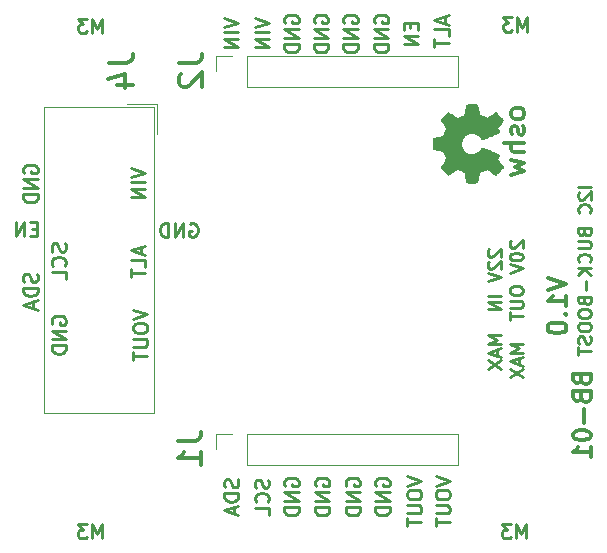
<source format=gbr>
%TF.GenerationSoftware,KiCad,Pcbnew,(5.1.6)-1*%
%TF.CreationDate,2022-04-15T15:17:14-04:00*%
%TF.ProjectId,MP28167 - Breakout,4d503238-3136-4372-902d-20427265616b,V1.0*%
%TF.SameCoordinates,Original*%
%TF.FileFunction,Legend,Bot*%
%TF.FilePolarity,Positive*%
%FSLAX46Y46*%
G04 Gerber Fmt 4.6, Leading zero omitted, Abs format (unit mm)*
G04 Created by KiCad (PCBNEW (5.1.6)-1) date 2022-04-15 15:17:14*
%MOMM*%
%LPD*%
G01*
G04 APERTURE LIST*
%ADD10C,0.350000*%
%ADD11C,0.250000*%
%ADD12C,0.300000*%
%ADD13C,0.220000*%
%ADD14C,0.010000*%
%ADD15C,0.120000*%
G04 APERTURE END LIST*
D10*
X112769047Y-98930952D02*
X112688095Y-98769047D01*
X112607142Y-98688095D01*
X112445238Y-98607142D01*
X111959523Y-98607142D01*
X111797619Y-98688095D01*
X111716666Y-98769047D01*
X111635714Y-98930952D01*
X111635714Y-99173809D01*
X111716666Y-99335714D01*
X111797619Y-99416666D01*
X111959523Y-99497619D01*
X112445238Y-99497619D01*
X112607142Y-99416666D01*
X112688095Y-99335714D01*
X112769047Y-99173809D01*
X112769047Y-98930952D01*
X112688095Y-100145238D02*
X112769047Y-100307142D01*
X112769047Y-100630952D01*
X112688095Y-100792857D01*
X112526190Y-100873809D01*
X112445238Y-100873809D01*
X112283333Y-100792857D01*
X112202380Y-100630952D01*
X112202380Y-100388095D01*
X112121428Y-100226190D01*
X111959523Y-100145238D01*
X111878571Y-100145238D01*
X111716666Y-100226190D01*
X111635714Y-100388095D01*
X111635714Y-100630952D01*
X111716666Y-100792857D01*
X112769047Y-101602380D02*
X111069047Y-101602380D01*
X112769047Y-102330952D02*
X111878571Y-102330952D01*
X111716666Y-102250000D01*
X111635714Y-102088095D01*
X111635714Y-101845238D01*
X111716666Y-101683333D01*
X111797619Y-101602380D01*
X111635714Y-102978571D02*
X112769047Y-103302380D01*
X111959523Y-103626190D01*
X112769047Y-103950000D01*
X111635714Y-104273809D01*
D11*
X112871428Y-135042857D02*
X112871428Y-133842857D01*
X112471428Y-134700000D01*
X112071428Y-133842857D01*
X112071428Y-135042857D01*
X111614285Y-133842857D02*
X110871428Y-133842857D01*
X111271428Y-134300000D01*
X111100000Y-134300000D01*
X110985714Y-134357142D01*
X110928571Y-134414285D01*
X110871428Y-134528571D01*
X110871428Y-134814285D01*
X110928571Y-134928571D01*
X110985714Y-134985714D01*
X111100000Y-135042857D01*
X111442857Y-135042857D01*
X111557142Y-134985714D01*
X111614285Y-134928571D01*
X76971428Y-135042857D02*
X76971428Y-133842857D01*
X76571428Y-134700000D01*
X76171428Y-133842857D01*
X76171428Y-135042857D01*
X75714285Y-133842857D02*
X74971428Y-133842857D01*
X75371428Y-134300000D01*
X75200000Y-134300000D01*
X75085714Y-134357142D01*
X75028571Y-134414285D01*
X74971428Y-134528571D01*
X74971428Y-134814285D01*
X75028571Y-134928571D01*
X75085714Y-134985714D01*
X75200000Y-135042857D01*
X75542857Y-135042857D01*
X75657142Y-134985714D01*
X75714285Y-134928571D01*
X112971428Y-92142857D02*
X112971428Y-90942857D01*
X112571428Y-91800000D01*
X112171428Y-90942857D01*
X112171428Y-92142857D01*
X111714285Y-90942857D02*
X110971428Y-90942857D01*
X111371428Y-91400000D01*
X111200000Y-91400000D01*
X111085714Y-91457142D01*
X111028571Y-91514285D01*
X110971428Y-91628571D01*
X110971428Y-91914285D01*
X111028571Y-92028571D01*
X111085714Y-92085714D01*
X111200000Y-92142857D01*
X111542857Y-92142857D01*
X111657142Y-92085714D01*
X111714285Y-92028571D01*
X76971428Y-92242857D02*
X76971428Y-91042857D01*
X76571428Y-91900000D01*
X76171428Y-91042857D01*
X76171428Y-92242857D01*
X75714285Y-91042857D02*
X74971428Y-91042857D01*
X75371428Y-91500000D01*
X75200000Y-91500000D01*
X75085714Y-91557142D01*
X75028571Y-91614285D01*
X74971428Y-91728571D01*
X74971428Y-92014285D01*
X75028571Y-92128571D01*
X75085714Y-92185714D01*
X75200000Y-92242857D01*
X75542857Y-92242857D01*
X75657142Y-92185714D01*
X75714285Y-92128571D01*
D12*
X117592857Y-121600000D02*
X117664285Y-121814285D01*
X117735714Y-121885714D01*
X117878571Y-121957142D01*
X118092857Y-121957142D01*
X118235714Y-121885714D01*
X118307142Y-121814285D01*
X118378571Y-121671428D01*
X118378571Y-121100000D01*
X116878571Y-121100000D01*
X116878571Y-121600000D01*
X116950000Y-121742857D01*
X117021428Y-121814285D01*
X117164285Y-121885714D01*
X117307142Y-121885714D01*
X117450000Y-121814285D01*
X117521428Y-121742857D01*
X117592857Y-121600000D01*
X117592857Y-121100000D01*
X117592857Y-123100000D02*
X117664285Y-123314285D01*
X117735714Y-123385714D01*
X117878571Y-123457142D01*
X118092857Y-123457142D01*
X118235714Y-123385714D01*
X118307142Y-123314285D01*
X118378571Y-123171428D01*
X118378571Y-122600000D01*
X116878571Y-122600000D01*
X116878571Y-123100000D01*
X116950000Y-123242857D01*
X117021428Y-123314285D01*
X117164285Y-123385714D01*
X117307142Y-123385714D01*
X117450000Y-123314285D01*
X117521428Y-123242857D01*
X117592857Y-123100000D01*
X117592857Y-122600000D01*
X117807142Y-124100000D02*
X117807142Y-125242857D01*
X116878571Y-126242857D02*
X116878571Y-126385714D01*
X116950000Y-126528571D01*
X117021428Y-126600000D01*
X117164285Y-126671428D01*
X117450000Y-126742857D01*
X117807142Y-126742857D01*
X118092857Y-126671428D01*
X118235714Y-126600000D01*
X118307142Y-126528571D01*
X118378571Y-126385714D01*
X118378571Y-126242857D01*
X118307142Y-126100000D01*
X118235714Y-126028571D01*
X118092857Y-125957142D01*
X117807142Y-125885714D01*
X117450000Y-125885714D01*
X117164285Y-125957142D01*
X117021428Y-126028571D01*
X116950000Y-126100000D01*
X116878571Y-126242857D01*
X118378571Y-128171428D02*
X118378571Y-127314285D01*
X118378571Y-127742857D02*
X116878571Y-127742857D01*
X117092857Y-127600000D01*
X117235714Y-127457142D01*
X117307142Y-127314285D01*
D10*
X114723809Y-112961904D02*
X116323809Y-113495238D01*
X114723809Y-114028571D01*
X116323809Y-115400000D02*
X116323809Y-114485714D01*
X116323809Y-114942857D02*
X114723809Y-114942857D01*
X114952380Y-114790476D01*
X115104761Y-114638095D01*
X115180952Y-114485714D01*
X116171428Y-116085714D02*
X116247619Y-116161904D01*
X116323809Y-116085714D01*
X116247619Y-116009523D01*
X116171428Y-116085714D01*
X116323809Y-116085714D01*
X114723809Y-117152380D02*
X114723809Y-117304761D01*
X114800000Y-117457142D01*
X114876190Y-117533333D01*
X115028571Y-117609523D01*
X115333333Y-117685714D01*
X115714285Y-117685714D01*
X116019047Y-117609523D01*
X116171428Y-117533333D01*
X116247619Y-117457142D01*
X116323809Y-117304761D01*
X116323809Y-117152380D01*
X116247619Y-117000000D01*
X116171428Y-116923809D01*
X116019047Y-116847619D01*
X115714285Y-116771428D01*
X115333333Y-116771428D01*
X115028571Y-116847619D01*
X114876190Y-116923809D01*
X114800000Y-117000000D01*
X114723809Y-117152380D01*
D13*
X109767380Y-110571428D02*
X109715000Y-110623809D01*
X109662619Y-110728571D01*
X109662619Y-110990476D01*
X109715000Y-111095238D01*
X109767380Y-111147619D01*
X109872142Y-111200000D01*
X109976904Y-111200000D01*
X110134047Y-111147619D01*
X110762619Y-110519047D01*
X110762619Y-111200000D01*
X109767380Y-111619047D02*
X109715000Y-111671428D01*
X109662619Y-111776190D01*
X109662619Y-112038095D01*
X109715000Y-112142857D01*
X109767380Y-112195238D01*
X109872142Y-112247619D01*
X109976904Y-112247619D01*
X110134047Y-112195238D01*
X110762619Y-111566666D01*
X110762619Y-112247619D01*
X109662619Y-112561904D02*
X110762619Y-112928571D01*
X109662619Y-113295238D01*
X110762619Y-114500000D02*
X109662619Y-114500000D01*
X110762619Y-115023809D02*
X109662619Y-115023809D01*
X110762619Y-115652380D01*
X109662619Y-115652380D01*
X110762619Y-117852380D02*
X109662619Y-117852380D01*
X110448333Y-118219047D01*
X109662619Y-118585714D01*
X110762619Y-118585714D01*
X110448333Y-119057142D02*
X110448333Y-119580952D01*
X110762619Y-118952380D02*
X109662619Y-119319047D01*
X110762619Y-119685714D01*
X109662619Y-119947619D02*
X110762619Y-120680952D01*
X109662619Y-120680952D02*
X110762619Y-119947619D01*
X111637380Y-109838095D02*
X111585000Y-109890476D01*
X111532619Y-109995238D01*
X111532619Y-110257142D01*
X111585000Y-110361904D01*
X111637380Y-110414285D01*
X111742142Y-110466666D01*
X111846904Y-110466666D01*
X112004047Y-110414285D01*
X112632619Y-109785714D01*
X112632619Y-110466666D01*
X111532619Y-111147619D02*
X111532619Y-111252380D01*
X111585000Y-111357142D01*
X111637380Y-111409523D01*
X111742142Y-111461904D01*
X111951666Y-111514285D01*
X112213571Y-111514285D01*
X112423095Y-111461904D01*
X112527857Y-111409523D01*
X112580238Y-111357142D01*
X112632619Y-111252380D01*
X112632619Y-111147619D01*
X112580238Y-111042857D01*
X112527857Y-110990476D01*
X112423095Y-110938095D01*
X112213571Y-110885714D01*
X111951666Y-110885714D01*
X111742142Y-110938095D01*
X111637380Y-110990476D01*
X111585000Y-111042857D01*
X111532619Y-111147619D01*
X111532619Y-111828571D02*
X112632619Y-112195238D01*
X111532619Y-112561904D01*
X111532619Y-113976190D02*
X111532619Y-114185714D01*
X111585000Y-114290476D01*
X111689761Y-114395238D01*
X111899285Y-114447619D01*
X112265952Y-114447619D01*
X112475476Y-114395238D01*
X112580238Y-114290476D01*
X112632619Y-114185714D01*
X112632619Y-113976190D01*
X112580238Y-113871428D01*
X112475476Y-113766666D01*
X112265952Y-113714285D01*
X111899285Y-113714285D01*
X111689761Y-113766666D01*
X111585000Y-113871428D01*
X111532619Y-113976190D01*
X111532619Y-114919047D02*
X112423095Y-114919047D01*
X112527857Y-114971428D01*
X112580238Y-115023809D01*
X112632619Y-115128571D01*
X112632619Y-115338095D01*
X112580238Y-115442857D01*
X112527857Y-115495238D01*
X112423095Y-115547619D01*
X111532619Y-115547619D01*
X111532619Y-115914285D02*
X111532619Y-116542857D01*
X112632619Y-116228571D02*
X111532619Y-116228571D01*
X112632619Y-118585714D02*
X111532619Y-118585714D01*
X112318333Y-118952380D01*
X111532619Y-119319047D01*
X112632619Y-119319047D01*
X112318333Y-119790476D02*
X112318333Y-120314285D01*
X112632619Y-119685714D02*
X111532619Y-120052380D01*
X112632619Y-120419047D01*
X111532619Y-120680952D02*
X112632619Y-121414285D01*
X111532619Y-121414285D02*
X112632619Y-120680952D01*
D11*
X80300000Y-110371428D02*
X80300000Y-110942857D01*
X80642857Y-110257142D02*
X79442857Y-110657142D01*
X80642857Y-111057142D01*
X80642857Y-112028571D02*
X80642857Y-111457142D01*
X79442857Y-111457142D01*
X79442857Y-112257142D02*
X79442857Y-112942857D01*
X80642857Y-112600000D02*
X79442857Y-112600000D01*
X71485714Y-108814285D02*
X71085714Y-108814285D01*
X70914285Y-109442857D02*
X71485714Y-109442857D01*
X71485714Y-108242857D01*
X70914285Y-108242857D01*
X70400000Y-109442857D02*
X70400000Y-108242857D01*
X69714285Y-109442857D01*
X69714285Y-108242857D01*
X71485714Y-112642857D02*
X71542857Y-112814285D01*
X71542857Y-113100000D01*
X71485714Y-113214285D01*
X71428571Y-113271428D01*
X71314285Y-113328571D01*
X71200000Y-113328571D01*
X71085714Y-113271428D01*
X71028571Y-113214285D01*
X70971428Y-113100000D01*
X70914285Y-112871428D01*
X70857142Y-112757142D01*
X70800000Y-112700000D01*
X70685714Y-112642857D01*
X70571428Y-112642857D01*
X70457142Y-112700000D01*
X70400000Y-112757142D01*
X70342857Y-112871428D01*
X70342857Y-113157142D01*
X70400000Y-113328571D01*
X71542857Y-113842857D02*
X70342857Y-113842857D01*
X70342857Y-114128571D01*
X70400000Y-114300000D01*
X70514285Y-114414285D01*
X70628571Y-114471428D01*
X70857142Y-114528571D01*
X71028571Y-114528571D01*
X71257142Y-114471428D01*
X71371428Y-114414285D01*
X71485714Y-114300000D01*
X71542857Y-114128571D01*
X71542857Y-113842857D01*
X71200000Y-114985714D02*
X71200000Y-115557142D01*
X71542857Y-114871428D02*
X70342857Y-115271428D01*
X71542857Y-115671428D01*
X73885714Y-110071428D02*
X73942857Y-110242857D01*
X73942857Y-110528571D01*
X73885714Y-110642857D01*
X73828571Y-110700000D01*
X73714285Y-110757142D01*
X73600000Y-110757142D01*
X73485714Y-110700000D01*
X73428571Y-110642857D01*
X73371428Y-110528571D01*
X73314285Y-110300000D01*
X73257142Y-110185714D01*
X73200000Y-110128571D01*
X73085714Y-110071428D01*
X72971428Y-110071428D01*
X72857142Y-110128571D01*
X72800000Y-110185714D01*
X72742857Y-110300000D01*
X72742857Y-110585714D01*
X72800000Y-110757142D01*
X73828571Y-111957142D02*
X73885714Y-111900000D01*
X73942857Y-111728571D01*
X73942857Y-111614285D01*
X73885714Y-111442857D01*
X73771428Y-111328571D01*
X73657142Y-111271428D01*
X73428571Y-111214285D01*
X73257142Y-111214285D01*
X73028571Y-111271428D01*
X72914285Y-111328571D01*
X72800000Y-111442857D01*
X72742857Y-111614285D01*
X72742857Y-111728571D01*
X72800000Y-111900000D01*
X72857142Y-111957142D01*
X73942857Y-113042857D02*
X73942857Y-112471428D01*
X72742857Y-112471428D01*
X79642857Y-115685714D02*
X80842857Y-116085714D01*
X79642857Y-116485714D01*
X79642857Y-117114285D02*
X79642857Y-117342857D01*
X79700000Y-117457142D01*
X79814285Y-117571428D01*
X80042857Y-117628571D01*
X80442857Y-117628571D01*
X80671428Y-117571428D01*
X80785714Y-117457142D01*
X80842857Y-117342857D01*
X80842857Y-117114285D01*
X80785714Y-117000000D01*
X80671428Y-116885714D01*
X80442857Y-116828571D01*
X80042857Y-116828571D01*
X79814285Y-116885714D01*
X79700000Y-117000000D01*
X79642857Y-117114285D01*
X79642857Y-118142857D02*
X80614285Y-118142857D01*
X80728571Y-118200000D01*
X80785714Y-118257142D01*
X80842857Y-118371428D01*
X80842857Y-118600000D01*
X80785714Y-118714285D01*
X80728571Y-118771428D01*
X80614285Y-118828571D01*
X79642857Y-118828571D01*
X79642857Y-119228571D02*
X79642857Y-119914285D01*
X80842857Y-119571428D02*
X79642857Y-119571428D01*
X79442857Y-103685714D02*
X80642857Y-104085714D01*
X79442857Y-104485714D01*
X80642857Y-104885714D02*
X79442857Y-104885714D01*
X80642857Y-105457142D02*
X79442857Y-105457142D01*
X80642857Y-106142857D01*
X79442857Y-106142857D01*
X70400000Y-104085714D02*
X70342857Y-103971428D01*
X70342857Y-103800000D01*
X70400000Y-103628571D01*
X70514285Y-103514285D01*
X70628571Y-103457142D01*
X70857142Y-103400000D01*
X71028571Y-103400000D01*
X71257142Y-103457142D01*
X71371428Y-103514285D01*
X71485714Y-103628571D01*
X71542857Y-103800000D01*
X71542857Y-103914285D01*
X71485714Y-104085714D01*
X71428571Y-104142857D01*
X71028571Y-104142857D01*
X71028571Y-103914285D01*
X71542857Y-104657142D02*
X70342857Y-104657142D01*
X71542857Y-105342857D01*
X70342857Y-105342857D01*
X71542857Y-105914285D02*
X70342857Y-105914285D01*
X70342857Y-106200000D01*
X70400000Y-106371428D01*
X70514285Y-106485714D01*
X70628571Y-106542857D01*
X70857142Y-106600000D01*
X71028571Y-106600000D01*
X71257142Y-106542857D01*
X71371428Y-106485714D01*
X71485714Y-106371428D01*
X71542857Y-106200000D01*
X71542857Y-105914285D01*
X84414285Y-108400000D02*
X84528571Y-108342857D01*
X84700000Y-108342857D01*
X84871428Y-108400000D01*
X84985714Y-108514285D01*
X85042857Y-108628571D01*
X85100000Y-108857142D01*
X85100000Y-109028571D01*
X85042857Y-109257142D01*
X84985714Y-109371428D01*
X84871428Y-109485714D01*
X84700000Y-109542857D01*
X84585714Y-109542857D01*
X84414285Y-109485714D01*
X84357142Y-109428571D01*
X84357142Y-109028571D01*
X84585714Y-109028571D01*
X83842857Y-109542857D02*
X83842857Y-108342857D01*
X83157142Y-109542857D01*
X83157142Y-108342857D01*
X82585714Y-109542857D02*
X82585714Y-108342857D01*
X82300000Y-108342857D01*
X82128571Y-108400000D01*
X82014285Y-108514285D01*
X81957142Y-108628571D01*
X81900000Y-108857142D01*
X81900000Y-109028571D01*
X81957142Y-109257142D01*
X82014285Y-109371428D01*
X82128571Y-109485714D01*
X82300000Y-109542857D01*
X82585714Y-109542857D01*
X72800000Y-116885714D02*
X72742857Y-116771428D01*
X72742857Y-116600000D01*
X72800000Y-116428571D01*
X72914285Y-116314285D01*
X73028571Y-116257142D01*
X73257142Y-116200000D01*
X73428571Y-116200000D01*
X73657142Y-116257142D01*
X73771428Y-116314285D01*
X73885714Y-116428571D01*
X73942857Y-116600000D01*
X73942857Y-116714285D01*
X73885714Y-116885714D01*
X73828571Y-116942857D01*
X73428571Y-116942857D01*
X73428571Y-116714285D01*
X73942857Y-117457142D02*
X72742857Y-117457142D01*
X73942857Y-118142857D01*
X72742857Y-118142857D01*
X73942857Y-118714285D02*
X72742857Y-118714285D01*
X72742857Y-119000000D01*
X72800000Y-119171428D01*
X72914285Y-119285714D01*
X73028571Y-119342857D01*
X73257142Y-119400000D01*
X73428571Y-119400000D01*
X73657142Y-119342857D01*
X73771428Y-119285714D01*
X73885714Y-119171428D01*
X73942857Y-119000000D01*
X73942857Y-118714285D01*
X89942857Y-90985714D02*
X91142857Y-91385714D01*
X89942857Y-91785714D01*
X91142857Y-92185714D02*
X89942857Y-92185714D01*
X91142857Y-92757142D02*
X89942857Y-92757142D01*
X91142857Y-93442857D01*
X89942857Y-93442857D01*
X87342857Y-90985714D02*
X88542857Y-91385714D01*
X87342857Y-91785714D01*
X88542857Y-92185714D02*
X87342857Y-92185714D01*
X88542857Y-92757142D02*
X87342857Y-92757142D01*
X88542857Y-93442857D01*
X87342857Y-93442857D01*
X106000000Y-90871428D02*
X106000000Y-91442857D01*
X106342857Y-90757142D02*
X105142857Y-91157142D01*
X106342857Y-91557142D01*
X106342857Y-92528571D02*
X106342857Y-91957142D01*
X105142857Y-91957142D01*
X105142857Y-92757142D02*
X105142857Y-93442857D01*
X106342857Y-93100000D02*
X105142857Y-93100000D01*
X103114285Y-91414285D02*
X103114285Y-91814285D01*
X103742857Y-91985714D02*
X103742857Y-91414285D01*
X102542857Y-91414285D01*
X102542857Y-91985714D01*
X103742857Y-92500000D02*
X102542857Y-92500000D01*
X103742857Y-93185714D01*
X102542857Y-93185714D01*
X100100000Y-91385714D02*
X100042857Y-91271428D01*
X100042857Y-91100000D01*
X100100000Y-90928571D01*
X100214285Y-90814285D01*
X100328571Y-90757142D01*
X100557142Y-90700000D01*
X100728571Y-90700000D01*
X100957142Y-90757142D01*
X101071428Y-90814285D01*
X101185714Y-90928571D01*
X101242857Y-91100000D01*
X101242857Y-91214285D01*
X101185714Y-91385714D01*
X101128571Y-91442857D01*
X100728571Y-91442857D01*
X100728571Y-91214285D01*
X101242857Y-91957142D02*
X100042857Y-91957142D01*
X101242857Y-92642857D01*
X100042857Y-92642857D01*
X101242857Y-93214285D02*
X100042857Y-93214285D01*
X100042857Y-93500000D01*
X100100000Y-93671428D01*
X100214285Y-93785714D01*
X100328571Y-93842857D01*
X100557142Y-93900000D01*
X100728571Y-93900000D01*
X100957142Y-93842857D01*
X101071428Y-93785714D01*
X101185714Y-93671428D01*
X101242857Y-93500000D01*
X101242857Y-93214285D01*
X97500000Y-91385714D02*
X97442857Y-91271428D01*
X97442857Y-91100000D01*
X97500000Y-90928571D01*
X97614285Y-90814285D01*
X97728571Y-90757142D01*
X97957142Y-90700000D01*
X98128571Y-90700000D01*
X98357142Y-90757142D01*
X98471428Y-90814285D01*
X98585714Y-90928571D01*
X98642857Y-91100000D01*
X98642857Y-91214285D01*
X98585714Y-91385714D01*
X98528571Y-91442857D01*
X98128571Y-91442857D01*
X98128571Y-91214285D01*
X98642857Y-91957142D02*
X97442857Y-91957142D01*
X98642857Y-92642857D01*
X97442857Y-92642857D01*
X98642857Y-93214285D02*
X97442857Y-93214285D01*
X97442857Y-93500000D01*
X97500000Y-93671428D01*
X97614285Y-93785714D01*
X97728571Y-93842857D01*
X97957142Y-93900000D01*
X98128571Y-93900000D01*
X98357142Y-93842857D01*
X98471428Y-93785714D01*
X98585714Y-93671428D01*
X98642857Y-93500000D01*
X98642857Y-93214285D01*
X95000000Y-91385714D02*
X94942857Y-91271428D01*
X94942857Y-91100000D01*
X95000000Y-90928571D01*
X95114285Y-90814285D01*
X95228571Y-90757142D01*
X95457142Y-90700000D01*
X95628571Y-90700000D01*
X95857142Y-90757142D01*
X95971428Y-90814285D01*
X96085714Y-90928571D01*
X96142857Y-91100000D01*
X96142857Y-91214285D01*
X96085714Y-91385714D01*
X96028571Y-91442857D01*
X95628571Y-91442857D01*
X95628571Y-91214285D01*
X96142857Y-91957142D02*
X94942857Y-91957142D01*
X96142857Y-92642857D01*
X94942857Y-92642857D01*
X96142857Y-93214285D02*
X94942857Y-93214285D01*
X94942857Y-93500000D01*
X95000000Y-93671428D01*
X95114285Y-93785714D01*
X95228571Y-93842857D01*
X95457142Y-93900000D01*
X95628571Y-93900000D01*
X95857142Y-93842857D01*
X95971428Y-93785714D01*
X96085714Y-93671428D01*
X96142857Y-93500000D01*
X96142857Y-93214285D01*
X92500000Y-91385714D02*
X92442857Y-91271428D01*
X92442857Y-91100000D01*
X92500000Y-90928571D01*
X92614285Y-90814285D01*
X92728571Y-90757142D01*
X92957142Y-90700000D01*
X93128571Y-90700000D01*
X93357142Y-90757142D01*
X93471428Y-90814285D01*
X93585714Y-90928571D01*
X93642857Y-91100000D01*
X93642857Y-91214285D01*
X93585714Y-91385714D01*
X93528571Y-91442857D01*
X93128571Y-91442857D01*
X93128571Y-91214285D01*
X93642857Y-91957142D02*
X92442857Y-91957142D01*
X93642857Y-92642857D01*
X92442857Y-92642857D01*
X93642857Y-93214285D02*
X92442857Y-93214285D01*
X92442857Y-93500000D01*
X92500000Y-93671428D01*
X92614285Y-93785714D01*
X92728571Y-93842857D01*
X92957142Y-93900000D01*
X93128571Y-93900000D01*
X93357142Y-93842857D01*
X93471428Y-93785714D01*
X93585714Y-93671428D01*
X93642857Y-93500000D01*
X93642857Y-93214285D01*
X105242857Y-129785714D02*
X106442857Y-130185714D01*
X105242857Y-130585714D01*
X105242857Y-131214285D02*
X105242857Y-131442857D01*
X105300000Y-131557142D01*
X105414285Y-131671428D01*
X105642857Y-131728571D01*
X106042857Y-131728571D01*
X106271428Y-131671428D01*
X106385714Y-131557142D01*
X106442857Y-131442857D01*
X106442857Y-131214285D01*
X106385714Y-131100000D01*
X106271428Y-130985714D01*
X106042857Y-130928571D01*
X105642857Y-130928571D01*
X105414285Y-130985714D01*
X105300000Y-131100000D01*
X105242857Y-131214285D01*
X105242857Y-132242857D02*
X106214285Y-132242857D01*
X106328571Y-132300000D01*
X106385714Y-132357142D01*
X106442857Y-132471428D01*
X106442857Y-132700000D01*
X106385714Y-132814285D01*
X106328571Y-132871428D01*
X106214285Y-132928571D01*
X105242857Y-132928571D01*
X105242857Y-133328571D02*
X105242857Y-134014285D01*
X106442857Y-133671428D02*
X105242857Y-133671428D01*
X102842857Y-129785714D02*
X104042857Y-130185714D01*
X102842857Y-130585714D01*
X102842857Y-131214285D02*
X102842857Y-131442857D01*
X102900000Y-131557142D01*
X103014285Y-131671428D01*
X103242857Y-131728571D01*
X103642857Y-131728571D01*
X103871428Y-131671428D01*
X103985714Y-131557142D01*
X104042857Y-131442857D01*
X104042857Y-131214285D01*
X103985714Y-131100000D01*
X103871428Y-130985714D01*
X103642857Y-130928571D01*
X103242857Y-130928571D01*
X103014285Y-130985714D01*
X102900000Y-131100000D01*
X102842857Y-131214285D01*
X102842857Y-132242857D02*
X103814285Y-132242857D01*
X103928571Y-132300000D01*
X103985714Y-132357142D01*
X104042857Y-132471428D01*
X104042857Y-132700000D01*
X103985714Y-132814285D01*
X103928571Y-132871428D01*
X103814285Y-132928571D01*
X102842857Y-132928571D01*
X102842857Y-133328571D02*
X102842857Y-134014285D01*
X104042857Y-133671428D02*
X102842857Y-133671428D01*
X100200000Y-130585714D02*
X100142857Y-130471428D01*
X100142857Y-130300000D01*
X100200000Y-130128571D01*
X100314285Y-130014285D01*
X100428571Y-129957142D01*
X100657142Y-129900000D01*
X100828571Y-129900000D01*
X101057142Y-129957142D01*
X101171428Y-130014285D01*
X101285714Y-130128571D01*
X101342857Y-130300000D01*
X101342857Y-130414285D01*
X101285714Y-130585714D01*
X101228571Y-130642857D01*
X100828571Y-130642857D01*
X100828571Y-130414285D01*
X101342857Y-131157142D02*
X100142857Y-131157142D01*
X101342857Y-131842857D01*
X100142857Y-131842857D01*
X101342857Y-132414285D02*
X100142857Y-132414285D01*
X100142857Y-132700000D01*
X100200000Y-132871428D01*
X100314285Y-132985714D01*
X100428571Y-133042857D01*
X100657142Y-133100000D01*
X100828571Y-133100000D01*
X101057142Y-133042857D01*
X101171428Y-132985714D01*
X101285714Y-132871428D01*
X101342857Y-132700000D01*
X101342857Y-132414285D01*
X97700000Y-130585714D02*
X97642857Y-130471428D01*
X97642857Y-130300000D01*
X97700000Y-130128571D01*
X97814285Y-130014285D01*
X97928571Y-129957142D01*
X98157142Y-129900000D01*
X98328571Y-129900000D01*
X98557142Y-129957142D01*
X98671428Y-130014285D01*
X98785714Y-130128571D01*
X98842857Y-130300000D01*
X98842857Y-130414285D01*
X98785714Y-130585714D01*
X98728571Y-130642857D01*
X98328571Y-130642857D01*
X98328571Y-130414285D01*
X98842857Y-131157142D02*
X97642857Y-131157142D01*
X98842857Y-131842857D01*
X97642857Y-131842857D01*
X98842857Y-132414285D02*
X97642857Y-132414285D01*
X97642857Y-132700000D01*
X97700000Y-132871428D01*
X97814285Y-132985714D01*
X97928571Y-133042857D01*
X98157142Y-133100000D01*
X98328571Y-133100000D01*
X98557142Y-133042857D01*
X98671428Y-132985714D01*
X98785714Y-132871428D01*
X98842857Y-132700000D01*
X98842857Y-132414285D01*
X95100000Y-130585714D02*
X95042857Y-130471428D01*
X95042857Y-130300000D01*
X95100000Y-130128571D01*
X95214285Y-130014285D01*
X95328571Y-129957142D01*
X95557142Y-129900000D01*
X95728571Y-129900000D01*
X95957142Y-129957142D01*
X96071428Y-130014285D01*
X96185714Y-130128571D01*
X96242857Y-130300000D01*
X96242857Y-130414285D01*
X96185714Y-130585714D01*
X96128571Y-130642857D01*
X95728571Y-130642857D01*
X95728571Y-130414285D01*
X96242857Y-131157142D02*
X95042857Y-131157142D01*
X96242857Y-131842857D01*
X95042857Y-131842857D01*
X96242857Y-132414285D02*
X95042857Y-132414285D01*
X95042857Y-132700000D01*
X95100000Y-132871428D01*
X95214285Y-132985714D01*
X95328571Y-133042857D01*
X95557142Y-133100000D01*
X95728571Y-133100000D01*
X95957142Y-133042857D01*
X96071428Y-132985714D01*
X96185714Y-132871428D01*
X96242857Y-132700000D01*
X96242857Y-132414285D01*
X92500000Y-130585714D02*
X92442857Y-130471428D01*
X92442857Y-130300000D01*
X92500000Y-130128571D01*
X92614285Y-130014285D01*
X92728571Y-129957142D01*
X92957142Y-129900000D01*
X93128571Y-129900000D01*
X93357142Y-129957142D01*
X93471428Y-130014285D01*
X93585714Y-130128571D01*
X93642857Y-130300000D01*
X93642857Y-130414285D01*
X93585714Y-130585714D01*
X93528571Y-130642857D01*
X93128571Y-130642857D01*
X93128571Y-130414285D01*
X93642857Y-131157142D02*
X92442857Y-131157142D01*
X93642857Y-131842857D01*
X92442857Y-131842857D01*
X93642857Y-132414285D02*
X92442857Y-132414285D01*
X92442857Y-132700000D01*
X92500000Y-132871428D01*
X92614285Y-132985714D01*
X92728571Y-133042857D01*
X92957142Y-133100000D01*
X93128571Y-133100000D01*
X93357142Y-133042857D01*
X93471428Y-132985714D01*
X93585714Y-132871428D01*
X93642857Y-132700000D01*
X93642857Y-132414285D01*
X91085714Y-130071428D02*
X91142857Y-130242857D01*
X91142857Y-130528571D01*
X91085714Y-130642857D01*
X91028571Y-130700000D01*
X90914285Y-130757142D01*
X90800000Y-130757142D01*
X90685714Y-130700000D01*
X90628571Y-130642857D01*
X90571428Y-130528571D01*
X90514285Y-130300000D01*
X90457142Y-130185714D01*
X90400000Y-130128571D01*
X90285714Y-130071428D01*
X90171428Y-130071428D01*
X90057142Y-130128571D01*
X90000000Y-130185714D01*
X89942857Y-130300000D01*
X89942857Y-130585714D01*
X90000000Y-130757142D01*
X91028571Y-131957142D02*
X91085714Y-131900000D01*
X91142857Y-131728571D01*
X91142857Y-131614285D01*
X91085714Y-131442857D01*
X90971428Y-131328571D01*
X90857142Y-131271428D01*
X90628571Y-131214285D01*
X90457142Y-131214285D01*
X90228571Y-131271428D01*
X90114285Y-131328571D01*
X90000000Y-131442857D01*
X89942857Y-131614285D01*
X89942857Y-131728571D01*
X90000000Y-131900000D01*
X90057142Y-131957142D01*
X91142857Y-133042857D02*
X91142857Y-132471428D01*
X89942857Y-132471428D01*
X88485714Y-130042857D02*
X88542857Y-130214285D01*
X88542857Y-130500000D01*
X88485714Y-130614285D01*
X88428571Y-130671428D01*
X88314285Y-130728571D01*
X88200000Y-130728571D01*
X88085714Y-130671428D01*
X88028571Y-130614285D01*
X87971428Y-130500000D01*
X87914285Y-130271428D01*
X87857142Y-130157142D01*
X87800000Y-130100000D01*
X87685714Y-130042857D01*
X87571428Y-130042857D01*
X87457142Y-130100000D01*
X87400000Y-130157142D01*
X87342857Y-130271428D01*
X87342857Y-130557142D01*
X87400000Y-130728571D01*
X88542857Y-131242857D02*
X87342857Y-131242857D01*
X87342857Y-131528571D01*
X87400000Y-131700000D01*
X87514285Y-131814285D01*
X87628571Y-131871428D01*
X87857142Y-131928571D01*
X88028571Y-131928571D01*
X88257142Y-131871428D01*
X88371428Y-131814285D01*
X88485714Y-131700000D01*
X88542857Y-131528571D01*
X88542857Y-131242857D01*
X88200000Y-132385714D02*
X88200000Y-132957142D01*
X88542857Y-132271428D02*
X87342857Y-132671428D01*
X88542857Y-133071428D01*
D13*
X118397619Y-105254761D02*
X117297619Y-105254761D01*
X117402380Y-105726190D02*
X117350000Y-105778571D01*
X117297619Y-105883333D01*
X117297619Y-106145238D01*
X117350000Y-106250000D01*
X117402380Y-106302380D01*
X117507142Y-106354761D01*
X117611904Y-106354761D01*
X117769047Y-106302380D01*
X118397619Y-105673809D01*
X118397619Y-106354761D01*
X118292857Y-107454761D02*
X118345238Y-107402380D01*
X118397619Y-107245238D01*
X118397619Y-107140476D01*
X118345238Y-106983333D01*
X118240476Y-106878571D01*
X118135714Y-106826190D01*
X117926190Y-106773809D01*
X117769047Y-106773809D01*
X117559523Y-106826190D01*
X117454761Y-106878571D01*
X117350000Y-106983333D01*
X117297619Y-107140476D01*
X117297619Y-107245238D01*
X117350000Y-107402380D01*
X117402380Y-107454761D01*
X117821428Y-109130952D02*
X117873809Y-109288095D01*
X117926190Y-109340476D01*
X118030952Y-109392857D01*
X118188095Y-109392857D01*
X118292857Y-109340476D01*
X118345238Y-109288095D01*
X118397619Y-109183333D01*
X118397619Y-108764285D01*
X117297619Y-108764285D01*
X117297619Y-109130952D01*
X117350000Y-109235714D01*
X117402380Y-109288095D01*
X117507142Y-109340476D01*
X117611904Y-109340476D01*
X117716666Y-109288095D01*
X117769047Y-109235714D01*
X117821428Y-109130952D01*
X117821428Y-108764285D01*
X117297619Y-109864285D02*
X118188095Y-109864285D01*
X118292857Y-109916666D01*
X118345238Y-109969047D01*
X118397619Y-110073809D01*
X118397619Y-110283333D01*
X118345238Y-110388095D01*
X118292857Y-110440476D01*
X118188095Y-110492857D01*
X117297619Y-110492857D01*
X118292857Y-111645238D02*
X118345238Y-111592857D01*
X118397619Y-111435714D01*
X118397619Y-111330952D01*
X118345238Y-111173809D01*
X118240476Y-111069047D01*
X118135714Y-111016666D01*
X117926190Y-110964285D01*
X117769047Y-110964285D01*
X117559523Y-111016666D01*
X117454761Y-111069047D01*
X117350000Y-111173809D01*
X117297619Y-111330952D01*
X117297619Y-111435714D01*
X117350000Y-111592857D01*
X117402380Y-111645238D01*
X118397619Y-112116666D02*
X117297619Y-112116666D01*
X118397619Y-112745238D02*
X117769047Y-112273809D01*
X117297619Y-112745238D02*
X117926190Y-112116666D01*
X117978571Y-113216666D02*
X117978571Y-114054761D01*
X117821428Y-114945238D02*
X117873809Y-115102380D01*
X117926190Y-115154761D01*
X118030952Y-115207142D01*
X118188095Y-115207142D01*
X118292857Y-115154761D01*
X118345238Y-115102380D01*
X118397619Y-114997619D01*
X118397619Y-114578571D01*
X117297619Y-114578571D01*
X117297619Y-114945238D01*
X117350000Y-115050000D01*
X117402380Y-115102380D01*
X117507142Y-115154761D01*
X117611904Y-115154761D01*
X117716666Y-115102380D01*
X117769047Y-115050000D01*
X117821428Y-114945238D01*
X117821428Y-114578571D01*
X117297619Y-115888095D02*
X117297619Y-116097619D01*
X117350000Y-116202380D01*
X117454761Y-116307142D01*
X117664285Y-116359523D01*
X118030952Y-116359523D01*
X118240476Y-116307142D01*
X118345238Y-116202380D01*
X118397619Y-116097619D01*
X118397619Y-115888095D01*
X118345238Y-115783333D01*
X118240476Y-115678571D01*
X118030952Y-115626190D01*
X117664285Y-115626190D01*
X117454761Y-115678571D01*
X117350000Y-115783333D01*
X117297619Y-115888095D01*
X117297619Y-117040476D02*
X117297619Y-117250000D01*
X117350000Y-117354761D01*
X117454761Y-117459523D01*
X117664285Y-117511904D01*
X118030952Y-117511904D01*
X118240476Y-117459523D01*
X118345238Y-117354761D01*
X118397619Y-117250000D01*
X118397619Y-117040476D01*
X118345238Y-116935714D01*
X118240476Y-116830952D01*
X118030952Y-116778571D01*
X117664285Y-116778571D01*
X117454761Y-116830952D01*
X117350000Y-116935714D01*
X117297619Y-117040476D01*
X118345238Y-117930952D02*
X118397619Y-118088095D01*
X118397619Y-118350000D01*
X118345238Y-118454761D01*
X118292857Y-118507142D01*
X118188095Y-118559523D01*
X118083333Y-118559523D01*
X117978571Y-118507142D01*
X117926190Y-118454761D01*
X117873809Y-118350000D01*
X117821428Y-118140476D01*
X117769047Y-118035714D01*
X117716666Y-117983333D01*
X117611904Y-117930952D01*
X117507142Y-117930952D01*
X117402380Y-117983333D01*
X117350000Y-118035714D01*
X117297619Y-118140476D01*
X117297619Y-118402380D01*
X117350000Y-118559523D01*
X117297619Y-118873809D02*
X117297619Y-119502380D01*
X118397619Y-119188095D02*
X117297619Y-119188095D01*
D14*
%TO.C,LOGO1*%
G36*
X105468931Y-102155814D02*
G01*
X105913555Y-102239635D01*
X106041053Y-102548920D01*
X106168551Y-102858206D01*
X105916246Y-103229246D01*
X105845996Y-103333157D01*
X105783272Y-103427087D01*
X105730938Y-103506652D01*
X105691857Y-103567470D01*
X105668893Y-103605157D01*
X105663942Y-103615421D01*
X105676676Y-103633910D01*
X105711882Y-103673420D01*
X105765062Y-103729522D01*
X105831718Y-103797787D01*
X105907354Y-103873786D01*
X105987472Y-103953092D01*
X106067574Y-104031275D01*
X106143164Y-104103907D01*
X106209745Y-104166559D01*
X106262818Y-104214803D01*
X106297887Y-104244210D01*
X106309623Y-104251241D01*
X106331260Y-104241123D01*
X106378662Y-104212759D01*
X106447193Y-104169129D01*
X106532215Y-104113218D01*
X106629093Y-104048006D01*
X106684350Y-104010219D01*
X106785248Y-103941343D01*
X106876299Y-103880140D01*
X106952970Y-103829578D01*
X107010728Y-103792628D01*
X107045043Y-103772258D01*
X107052254Y-103769197D01*
X107072748Y-103776136D01*
X107120513Y-103795051D01*
X107188832Y-103823087D01*
X107270989Y-103857391D01*
X107360270Y-103895109D01*
X107449958Y-103933387D01*
X107533338Y-103969370D01*
X107603694Y-104000206D01*
X107654310Y-104023039D01*
X107678471Y-104035017D01*
X107679422Y-104035724D01*
X107684036Y-104054531D01*
X107694328Y-104104618D01*
X107709287Y-104180793D01*
X107727901Y-104277865D01*
X107749159Y-104390643D01*
X107761418Y-104456442D01*
X107784362Y-104576950D01*
X107806195Y-104685797D01*
X107825722Y-104777476D01*
X107841748Y-104846481D01*
X107853079Y-104887304D01*
X107856674Y-104895511D01*
X107881006Y-104903548D01*
X107935959Y-104910033D01*
X108015108Y-104914970D01*
X108112026Y-104918364D01*
X108220287Y-104920218D01*
X108333465Y-104920538D01*
X108445135Y-104919327D01*
X108548868Y-104916590D01*
X108638241Y-104912331D01*
X108706826Y-104906555D01*
X108748197Y-104899267D01*
X108756810Y-104894895D01*
X108767133Y-104868764D01*
X108781892Y-104813393D01*
X108799352Y-104736107D01*
X108817780Y-104644230D01*
X108823741Y-104612158D01*
X108852066Y-104457524D01*
X108874876Y-104335375D01*
X108893080Y-104241673D01*
X108907583Y-104172384D01*
X108919292Y-104123471D01*
X108929115Y-104090897D01*
X108937956Y-104070628D01*
X108946724Y-104058626D01*
X108948457Y-104056947D01*
X108976371Y-104040184D01*
X109030695Y-104014614D01*
X109104777Y-103982788D01*
X109191965Y-103947260D01*
X109285608Y-103910583D01*
X109379052Y-103875311D01*
X109465647Y-103843996D01*
X109538740Y-103819193D01*
X109591678Y-103803454D01*
X109617811Y-103799332D01*
X109618726Y-103799676D01*
X109640086Y-103813641D01*
X109687084Y-103845322D01*
X109754827Y-103891391D01*
X109838423Y-103948518D01*
X109932982Y-104013373D01*
X109959854Y-104031843D01*
X110057275Y-104097699D01*
X110146163Y-104155650D01*
X110221412Y-104202538D01*
X110277920Y-104235207D01*
X110310581Y-104250500D01*
X110314593Y-104251241D01*
X110335684Y-104238392D01*
X110377464Y-104202888D01*
X110435445Y-104149293D01*
X110505135Y-104082171D01*
X110582045Y-104006087D01*
X110661683Y-103925604D01*
X110739561Y-103845287D01*
X110811186Y-103769699D01*
X110872070Y-103703405D01*
X110917721Y-103650969D01*
X110943650Y-103616955D01*
X110947883Y-103607545D01*
X110937912Y-103585643D01*
X110911020Y-103540800D01*
X110871736Y-103480321D01*
X110840117Y-103433789D01*
X110782098Y-103349475D01*
X110713784Y-103249626D01*
X110645579Y-103149473D01*
X110609075Y-103095627D01*
X110485800Y-102913371D01*
X110568520Y-102760381D01*
X110604759Y-102690682D01*
X110632926Y-102631414D01*
X110648991Y-102591311D01*
X110651226Y-102581103D01*
X110634722Y-102568829D01*
X110588082Y-102544613D01*
X110515609Y-102510263D01*
X110421606Y-102467588D01*
X110310374Y-102418394D01*
X110186215Y-102364490D01*
X110053432Y-102307684D01*
X109916327Y-102249782D01*
X109779202Y-102192593D01*
X109646358Y-102137924D01*
X109522098Y-102087584D01*
X109410725Y-102043380D01*
X109316539Y-102007119D01*
X109243844Y-101980609D01*
X109196941Y-101965658D01*
X109180833Y-101963254D01*
X109160286Y-101982311D01*
X109126933Y-102024036D01*
X109087702Y-102079706D01*
X109084599Y-102084378D01*
X108969423Y-102228264D01*
X108835053Y-102344283D01*
X108685784Y-102431430D01*
X108525913Y-102488699D01*
X108359737Y-102515086D01*
X108191552Y-102509585D01*
X108025655Y-102471190D01*
X107866342Y-102398895D01*
X107831487Y-102377626D01*
X107690737Y-102266996D01*
X107577714Y-102136302D01*
X107493003Y-101990064D01*
X107437194Y-101832808D01*
X107410874Y-101669057D01*
X107414630Y-101503333D01*
X107449050Y-101340162D01*
X107514723Y-101184065D01*
X107612235Y-101039567D01*
X107651813Y-100994869D01*
X107775703Y-100881112D01*
X107906124Y-100798218D01*
X108052315Y-100741356D01*
X108197088Y-100709687D01*
X108359860Y-100701869D01*
X108523440Y-100727938D01*
X108682298Y-100785245D01*
X108830906Y-100871144D01*
X108963735Y-100982986D01*
X109075256Y-101118123D01*
X109087011Y-101135883D01*
X109125508Y-101192150D01*
X109158863Y-101234923D01*
X109180160Y-101255372D01*
X109180833Y-101255669D01*
X109203871Y-101251279D01*
X109256157Y-101233876D01*
X109333390Y-101205268D01*
X109431268Y-101167265D01*
X109545491Y-101121674D01*
X109671758Y-101070303D01*
X109805767Y-101014962D01*
X109943218Y-100957458D01*
X110079808Y-100899601D01*
X110211237Y-100843198D01*
X110333205Y-100790058D01*
X110441409Y-100741990D01*
X110531549Y-100700801D01*
X110599323Y-100668301D01*
X110640430Y-100646297D01*
X110651226Y-100637436D01*
X110642819Y-100610360D01*
X110620272Y-100559697D01*
X110587613Y-100494183D01*
X110568520Y-100458159D01*
X110485800Y-100305168D01*
X110609075Y-100122912D01*
X110672228Y-100029875D01*
X110741727Y-99928015D01*
X110807165Y-99832562D01*
X110840117Y-99784750D01*
X110885273Y-99717505D01*
X110921057Y-99660564D01*
X110942938Y-99621354D01*
X110947563Y-99608619D01*
X110935085Y-99590083D01*
X110900252Y-99549059D01*
X110846678Y-99489525D01*
X110777983Y-99415458D01*
X110697781Y-99330835D01*
X110646286Y-99277315D01*
X110554286Y-99183681D01*
X110471999Y-99102759D01*
X110402945Y-99037823D01*
X110350644Y-98992142D01*
X110318616Y-98968989D01*
X110312116Y-98966768D01*
X110287394Y-98977076D01*
X110237405Y-99005561D01*
X110167212Y-99049063D01*
X110081875Y-99104423D01*
X109986456Y-99168480D01*
X109959854Y-99186697D01*
X109863167Y-99253073D01*
X109776117Y-99312622D01*
X109703595Y-99362016D01*
X109650493Y-99397925D01*
X109621703Y-99417019D01*
X109618726Y-99418864D01*
X109595782Y-99416105D01*
X109545336Y-99401462D01*
X109474041Y-99377487D01*
X109388547Y-99346734D01*
X109295507Y-99311756D01*
X109201574Y-99275107D01*
X109113399Y-99239339D01*
X109037634Y-99207006D01*
X108980931Y-99180662D01*
X108949943Y-99162858D01*
X108948457Y-99161593D01*
X108939601Y-99150706D01*
X108930843Y-99132318D01*
X108921277Y-99102394D01*
X108909996Y-99056897D01*
X108896093Y-98991791D01*
X108878663Y-98903039D01*
X108856798Y-98786607D01*
X108829591Y-98638458D01*
X108823741Y-98606382D01*
X108805374Y-98511314D01*
X108787405Y-98428435D01*
X108771569Y-98365070D01*
X108759600Y-98328542D01*
X108756810Y-98323644D01*
X108732072Y-98315573D01*
X108676790Y-98309013D01*
X108597389Y-98303967D01*
X108500296Y-98300441D01*
X108391938Y-98298439D01*
X108278740Y-98297964D01*
X108167128Y-98299023D01*
X108063529Y-98301618D01*
X107974368Y-98305754D01*
X107906072Y-98311437D01*
X107865066Y-98318669D01*
X107856674Y-98323029D01*
X107848208Y-98347302D01*
X107834435Y-98402574D01*
X107816550Y-98483338D01*
X107795748Y-98584088D01*
X107773223Y-98699317D01*
X107761418Y-98762098D01*
X107739151Y-98881213D01*
X107718979Y-98987435D01*
X107701915Y-99075573D01*
X107688969Y-99140434D01*
X107681155Y-99176826D01*
X107679422Y-99182816D01*
X107659890Y-99192939D01*
X107612843Y-99214338D01*
X107545003Y-99244161D01*
X107463091Y-99279555D01*
X107373828Y-99317668D01*
X107283935Y-99355647D01*
X107200135Y-99390640D01*
X107129147Y-99419794D01*
X107077694Y-99440257D01*
X107052497Y-99449177D01*
X107051396Y-99449343D01*
X107031519Y-99439231D01*
X106985777Y-99410883D01*
X106918717Y-99367277D01*
X106834884Y-99311394D01*
X106738826Y-99246213D01*
X106683650Y-99208321D01*
X106582481Y-99139275D01*
X106490630Y-99077950D01*
X106412744Y-99027337D01*
X106353469Y-98990429D01*
X106317451Y-98970218D01*
X106309377Y-98967299D01*
X106290584Y-98979847D01*
X106250457Y-99014537D01*
X106193493Y-99066937D01*
X106124185Y-99132616D01*
X106047031Y-99207144D01*
X105966525Y-99286087D01*
X105887163Y-99365017D01*
X105813440Y-99439500D01*
X105749852Y-99505106D01*
X105700894Y-99557404D01*
X105671061Y-99591961D01*
X105663942Y-99603522D01*
X105673953Y-99622346D01*
X105702078Y-99667369D01*
X105745454Y-99734213D01*
X105801218Y-99818501D01*
X105866506Y-99915856D01*
X105916246Y-99989293D01*
X106168551Y-100360333D01*
X105913555Y-100978905D01*
X105468931Y-101062725D01*
X105024307Y-101146546D01*
X105024307Y-102071994D01*
X105468931Y-102155814D01*
G37*
X105468931Y-102155814D02*
X105913555Y-102239635D01*
X106041053Y-102548920D01*
X106168551Y-102858206D01*
X105916246Y-103229246D01*
X105845996Y-103333157D01*
X105783272Y-103427087D01*
X105730938Y-103506652D01*
X105691857Y-103567470D01*
X105668893Y-103605157D01*
X105663942Y-103615421D01*
X105676676Y-103633910D01*
X105711882Y-103673420D01*
X105765062Y-103729522D01*
X105831718Y-103797787D01*
X105907354Y-103873786D01*
X105987472Y-103953092D01*
X106067574Y-104031275D01*
X106143164Y-104103907D01*
X106209745Y-104166559D01*
X106262818Y-104214803D01*
X106297887Y-104244210D01*
X106309623Y-104251241D01*
X106331260Y-104241123D01*
X106378662Y-104212759D01*
X106447193Y-104169129D01*
X106532215Y-104113218D01*
X106629093Y-104048006D01*
X106684350Y-104010219D01*
X106785248Y-103941343D01*
X106876299Y-103880140D01*
X106952970Y-103829578D01*
X107010728Y-103792628D01*
X107045043Y-103772258D01*
X107052254Y-103769197D01*
X107072748Y-103776136D01*
X107120513Y-103795051D01*
X107188832Y-103823087D01*
X107270989Y-103857391D01*
X107360270Y-103895109D01*
X107449958Y-103933387D01*
X107533338Y-103969370D01*
X107603694Y-104000206D01*
X107654310Y-104023039D01*
X107678471Y-104035017D01*
X107679422Y-104035724D01*
X107684036Y-104054531D01*
X107694328Y-104104618D01*
X107709287Y-104180793D01*
X107727901Y-104277865D01*
X107749159Y-104390643D01*
X107761418Y-104456442D01*
X107784362Y-104576950D01*
X107806195Y-104685797D01*
X107825722Y-104777476D01*
X107841748Y-104846481D01*
X107853079Y-104887304D01*
X107856674Y-104895511D01*
X107881006Y-104903548D01*
X107935959Y-104910033D01*
X108015108Y-104914970D01*
X108112026Y-104918364D01*
X108220287Y-104920218D01*
X108333465Y-104920538D01*
X108445135Y-104919327D01*
X108548868Y-104916590D01*
X108638241Y-104912331D01*
X108706826Y-104906555D01*
X108748197Y-104899267D01*
X108756810Y-104894895D01*
X108767133Y-104868764D01*
X108781892Y-104813393D01*
X108799352Y-104736107D01*
X108817780Y-104644230D01*
X108823741Y-104612158D01*
X108852066Y-104457524D01*
X108874876Y-104335375D01*
X108893080Y-104241673D01*
X108907583Y-104172384D01*
X108919292Y-104123471D01*
X108929115Y-104090897D01*
X108937956Y-104070628D01*
X108946724Y-104058626D01*
X108948457Y-104056947D01*
X108976371Y-104040184D01*
X109030695Y-104014614D01*
X109104777Y-103982788D01*
X109191965Y-103947260D01*
X109285608Y-103910583D01*
X109379052Y-103875311D01*
X109465647Y-103843996D01*
X109538740Y-103819193D01*
X109591678Y-103803454D01*
X109617811Y-103799332D01*
X109618726Y-103799676D01*
X109640086Y-103813641D01*
X109687084Y-103845322D01*
X109754827Y-103891391D01*
X109838423Y-103948518D01*
X109932982Y-104013373D01*
X109959854Y-104031843D01*
X110057275Y-104097699D01*
X110146163Y-104155650D01*
X110221412Y-104202538D01*
X110277920Y-104235207D01*
X110310581Y-104250500D01*
X110314593Y-104251241D01*
X110335684Y-104238392D01*
X110377464Y-104202888D01*
X110435445Y-104149293D01*
X110505135Y-104082171D01*
X110582045Y-104006087D01*
X110661683Y-103925604D01*
X110739561Y-103845287D01*
X110811186Y-103769699D01*
X110872070Y-103703405D01*
X110917721Y-103650969D01*
X110943650Y-103616955D01*
X110947883Y-103607545D01*
X110937912Y-103585643D01*
X110911020Y-103540800D01*
X110871736Y-103480321D01*
X110840117Y-103433789D01*
X110782098Y-103349475D01*
X110713784Y-103249626D01*
X110645579Y-103149473D01*
X110609075Y-103095627D01*
X110485800Y-102913371D01*
X110568520Y-102760381D01*
X110604759Y-102690682D01*
X110632926Y-102631414D01*
X110648991Y-102591311D01*
X110651226Y-102581103D01*
X110634722Y-102568829D01*
X110588082Y-102544613D01*
X110515609Y-102510263D01*
X110421606Y-102467588D01*
X110310374Y-102418394D01*
X110186215Y-102364490D01*
X110053432Y-102307684D01*
X109916327Y-102249782D01*
X109779202Y-102192593D01*
X109646358Y-102137924D01*
X109522098Y-102087584D01*
X109410725Y-102043380D01*
X109316539Y-102007119D01*
X109243844Y-101980609D01*
X109196941Y-101965658D01*
X109180833Y-101963254D01*
X109160286Y-101982311D01*
X109126933Y-102024036D01*
X109087702Y-102079706D01*
X109084599Y-102084378D01*
X108969423Y-102228264D01*
X108835053Y-102344283D01*
X108685784Y-102431430D01*
X108525913Y-102488699D01*
X108359737Y-102515086D01*
X108191552Y-102509585D01*
X108025655Y-102471190D01*
X107866342Y-102398895D01*
X107831487Y-102377626D01*
X107690737Y-102266996D01*
X107577714Y-102136302D01*
X107493003Y-101990064D01*
X107437194Y-101832808D01*
X107410874Y-101669057D01*
X107414630Y-101503333D01*
X107449050Y-101340162D01*
X107514723Y-101184065D01*
X107612235Y-101039567D01*
X107651813Y-100994869D01*
X107775703Y-100881112D01*
X107906124Y-100798218D01*
X108052315Y-100741356D01*
X108197088Y-100709687D01*
X108359860Y-100701869D01*
X108523440Y-100727938D01*
X108682298Y-100785245D01*
X108830906Y-100871144D01*
X108963735Y-100982986D01*
X109075256Y-101118123D01*
X109087011Y-101135883D01*
X109125508Y-101192150D01*
X109158863Y-101234923D01*
X109180160Y-101255372D01*
X109180833Y-101255669D01*
X109203871Y-101251279D01*
X109256157Y-101233876D01*
X109333390Y-101205268D01*
X109431268Y-101167265D01*
X109545491Y-101121674D01*
X109671758Y-101070303D01*
X109805767Y-101014962D01*
X109943218Y-100957458D01*
X110079808Y-100899601D01*
X110211237Y-100843198D01*
X110333205Y-100790058D01*
X110441409Y-100741990D01*
X110531549Y-100700801D01*
X110599323Y-100668301D01*
X110640430Y-100646297D01*
X110651226Y-100637436D01*
X110642819Y-100610360D01*
X110620272Y-100559697D01*
X110587613Y-100494183D01*
X110568520Y-100458159D01*
X110485800Y-100305168D01*
X110609075Y-100122912D01*
X110672228Y-100029875D01*
X110741727Y-99928015D01*
X110807165Y-99832562D01*
X110840117Y-99784750D01*
X110885273Y-99717505D01*
X110921057Y-99660564D01*
X110942938Y-99621354D01*
X110947563Y-99608619D01*
X110935085Y-99590083D01*
X110900252Y-99549059D01*
X110846678Y-99489525D01*
X110777983Y-99415458D01*
X110697781Y-99330835D01*
X110646286Y-99277315D01*
X110554286Y-99183681D01*
X110471999Y-99102759D01*
X110402945Y-99037823D01*
X110350644Y-98992142D01*
X110318616Y-98968989D01*
X110312116Y-98966768D01*
X110287394Y-98977076D01*
X110237405Y-99005561D01*
X110167212Y-99049063D01*
X110081875Y-99104423D01*
X109986456Y-99168480D01*
X109959854Y-99186697D01*
X109863167Y-99253073D01*
X109776117Y-99312622D01*
X109703595Y-99362016D01*
X109650493Y-99397925D01*
X109621703Y-99417019D01*
X109618726Y-99418864D01*
X109595782Y-99416105D01*
X109545336Y-99401462D01*
X109474041Y-99377487D01*
X109388547Y-99346734D01*
X109295507Y-99311756D01*
X109201574Y-99275107D01*
X109113399Y-99239339D01*
X109037634Y-99207006D01*
X108980931Y-99180662D01*
X108949943Y-99162858D01*
X108948457Y-99161593D01*
X108939601Y-99150706D01*
X108930843Y-99132318D01*
X108921277Y-99102394D01*
X108909996Y-99056897D01*
X108896093Y-98991791D01*
X108878663Y-98903039D01*
X108856798Y-98786607D01*
X108829591Y-98638458D01*
X108823741Y-98606382D01*
X108805374Y-98511314D01*
X108787405Y-98428435D01*
X108771569Y-98365070D01*
X108759600Y-98328542D01*
X108756810Y-98323644D01*
X108732072Y-98315573D01*
X108676790Y-98309013D01*
X108597389Y-98303967D01*
X108500296Y-98300441D01*
X108391938Y-98298439D01*
X108278740Y-98297964D01*
X108167128Y-98299023D01*
X108063529Y-98301618D01*
X107974368Y-98305754D01*
X107906072Y-98311437D01*
X107865066Y-98318669D01*
X107856674Y-98323029D01*
X107848208Y-98347302D01*
X107834435Y-98402574D01*
X107816550Y-98483338D01*
X107795748Y-98584088D01*
X107773223Y-98699317D01*
X107761418Y-98762098D01*
X107739151Y-98881213D01*
X107718979Y-98987435D01*
X107701915Y-99075573D01*
X107688969Y-99140434D01*
X107681155Y-99176826D01*
X107679422Y-99182816D01*
X107659890Y-99192939D01*
X107612843Y-99214338D01*
X107545003Y-99244161D01*
X107463091Y-99279555D01*
X107373828Y-99317668D01*
X107283935Y-99355647D01*
X107200135Y-99390640D01*
X107129147Y-99419794D01*
X107077694Y-99440257D01*
X107052497Y-99449177D01*
X107051396Y-99449343D01*
X107031519Y-99439231D01*
X106985777Y-99410883D01*
X106918717Y-99367277D01*
X106834884Y-99311394D01*
X106738826Y-99246213D01*
X106683650Y-99208321D01*
X106582481Y-99139275D01*
X106490630Y-99077950D01*
X106412744Y-99027337D01*
X106353469Y-98990429D01*
X106317451Y-98970218D01*
X106309377Y-98967299D01*
X106290584Y-98979847D01*
X106250457Y-99014537D01*
X106193493Y-99066937D01*
X106124185Y-99132616D01*
X106047031Y-99207144D01*
X105966525Y-99286087D01*
X105887163Y-99365017D01*
X105813440Y-99439500D01*
X105749852Y-99505106D01*
X105700894Y-99557404D01*
X105671061Y-99591961D01*
X105663942Y-99603522D01*
X105673953Y-99622346D01*
X105702078Y-99667369D01*
X105745454Y-99734213D01*
X105801218Y-99818501D01*
X105866506Y-99915856D01*
X105916246Y-99989293D01*
X106168551Y-100360333D01*
X105913555Y-100978905D01*
X105468931Y-101062725D01*
X105024307Y-101146546D01*
X105024307Y-102071994D01*
X105468931Y-102155814D01*
D15*
%TO.C,J1*%
X107110000Y-126170000D02*
X107110000Y-128830000D01*
X89270000Y-126170000D02*
X107110000Y-126170000D01*
X89270000Y-128830000D02*
X107110000Y-128830000D01*
X89270000Y-126170000D02*
X89270000Y-128830000D01*
X88000000Y-126170000D02*
X86670000Y-126170000D01*
X86670000Y-126170000D02*
X86670000Y-127500000D01*
%TO.C,J2*%
X86670000Y-94170000D02*
X86670000Y-95500000D01*
X88000000Y-94170000D02*
X86670000Y-94170000D01*
X89270000Y-94170000D02*
X89270000Y-96830000D01*
X89270000Y-96830000D02*
X107110000Y-96830000D01*
X89270000Y-94170000D02*
X107110000Y-94170000D01*
X107110000Y-94170000D02*
X107110000Y-96830000D01*
%TO.C,J4*%
X81655000Y-98280000D02*
X79115000Y-98280000D01*
X81655000Y-98280000D02*
X81655000Y-100820000D01*
X81405000Y-98530000D02*
X72055000Y-98530000D01*
X81405000Y-124470000D02*
X81405000Y-98530000D01*
X72055000Y-124470000D02*
X81405000Y-124470000D01*
X72055000Y-98530000D02*
X72055000Y-124470000D01*
%TO.C,J1*%
D12*
X83404761Y-126833333D02*
X84833333Y-126833333D01*
X85119047Y-126738095D01*
X85309523Y-126547619D01*
X85404761Y-126261904D01*
X85404761Y-126071428D01*
X85404761Y-128833333D02*
X85404761Y-127690476D01*
X85404761Y-128261904D02*
X83404761Y-128261904D01*
X83690476Y-128071428D01*
X83880952Y-127880952D01*
X83976190Y-127690476D01*
%TO.C,J2*%
D10*
X83504761Y-94833333D02*
X84933333Y-94833333D01*
X85219047Y-94738095D01*
X85409523Y-94547619D01*
X85504761Y-94261904D01*
X85504761Y-94071428D01*
X83695238Y-95690476D02*
X83600000Y-95785714D01*
X83504761Y-95976190D01*
X83504761Y-96452380D01*
X83600000Y-96642857D01*
X83695238Y-96738095D01*
X83885714Y-96833333D01*
X84076190Y-96833333D01*
X84361904Y-96738095D01*
X85504761Y-95595238D01*
X85504761Y-96833333D01*
%TO.C,J4*%
D12*
X77604761Y-94833333D02*
X79033333Y-94833333D01*
X79319047Y-94738095D01*
X79509523Y-94547619D01*
X79604761Y-94261904D01*
X79604761Y-94071428D01*
X78271428Y-96642857D02*
X79604761Y-96642857D01*
X77509523Y-96166666D02*
X78938095Y-95690476D01*
X78938095Y-96928571D01*
%TD*%
M02*

</source>
